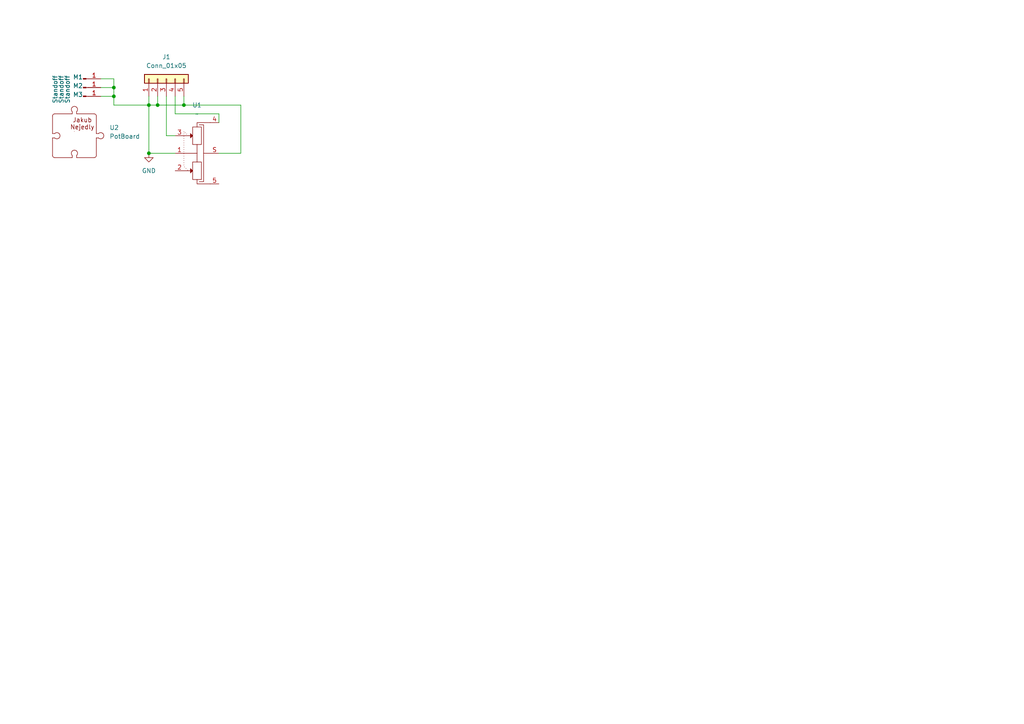
<source format=kicad_sch>
(kicad_sch (version 20250114) (generator "eeschema") (generator_version "9.0")
  (paper "A4")
  (lib_symbols
    (symbol "Connector:Conn_01x01_Pin" (pin_names (offset 1.016) (hide yes))
      (property "Reference" "J" (at 0 2.54 0))
      (property "Value" "Conn_01x01_Pin" (at 0 -2.54 0))
      (symbol "Conn_01x01_Pin_1_1"
        (rectangle (start 0.8636 0.127) (end 0 -0.127) (stroke (width 0.1524)) (fill (type outline)))
        (polyline (pts (xy 1.27 0) (xy 0.8636 0)) (stroke (width 0.1524)))
        (pin passive line (at 5.08 0 180) (length 3.81) (name "Pin_1") (number "1"))
      )
    )
    (symbol "Connector_Generic:Conn_01x05" (pin_names (offset 1.016) (hide yes))
      (property "Reference" "J" (at 0 7.62 0))
      (property "Value" "Conn_01x05" (at 0 -7.62 0))
      (symbol "Conn_01x05_1_1"
        (rectangle (start -1.27 6.35) (end 1.27 -6.35) (stroke (width 0.254)) (fill (type background)))
        (rectangle (start -1.27 5.207) (end 0 4.953) (stroke (width 0.1524)))
        (rectangle (start -1.27 2.667) (end 0 2.413) (stroke (width 0.1524)))
        (rectangle (start -1.27 0.127) (end 0 -0.127) (stroke (width 0.1524)))
        (rectangle (start -1.27 -2.413) (end 0 -2.667) (stroke (width 0.1524)))
        (rectangle (start -1.27 -4.953) (end 0 -5.207) (stroke (width 0.1524)))
        (pin passive line (at -5.08 5.08 0) (length 3.81) (name "Pin_1") (number "1"))
        (pin passive line (at -5.08 2.54 0) (length 3.81) (name "Pin_2") (number "2"))
        (pin passive line (at -5.08 0 0) (length 3.81) (name "Pin_3") (number "3"))
        (pin passive line (at -5.08 -2.54 0) (length 3.81) (name "Pin_4") (number "4"))
        (pin passive line (at -5.08 -5.08 0) (length 3.81) (name "Pin_5") (number "5"))
      )
    )
    (symbol "PuzzLib:Logo"
      (property "Reference" "U" (at -2.794 3.302 0))
      (symbol "Logo_0_1"
        (polyline (pts (xy -6.35 0.635) (xy -6.35 5.715)))
        (polyline (pts (xy -6.35 0.635) (xy -5.715 0.635)))
        (polyline (pts (xy -6.35 -0.635) (xy -5.715 -0.635)))
        (polyline (pts (xy -6.35 -5.715) (xy -6.35 -0.635)))
        (polyline (pts (xy -5.715 6.35) (xy -0.635 6.35)))
        (arc (start -6.35 5.715) (mid -6.164 6.164) (end -5.715 6.35))
        (arc (start -5.715 -6.35) (mid -6.164 -6.164) (end -6.35 -5.715))
        (arc (start -4.445 0.635) (mid -4.182 0) (end -4.445 -0.635))
        (arc (start -4.445 -0.635) (mid -5.08 -0.898) (end -5.715 -0.635))
        (arc (start -5.715 0.635) (mid -5.08 0.898) (end -4.445 0.635))
        (polyline (pts (xy -0.635 6.35) (xy -0.635 6.985)))
        (polyline (pts (xy -0.635 -6.35) (xy -5.715 -6.35)))
        (polyline (pts (xy -0.635 -6.35) (xy -0.635 -5.715)))
        (arc (start 0.635 8.255) (mid 0.898 7.62) (end 0.635 6.985))
        (arc (start 0.635 -4.445) (mid 0.898 -5.08) (end 0.635 -5.715))
        (arc (start -0.635 6.985) (mid -0.898 7.62) (end -0.635 8.255))
        (arc (start -0.635 8.255) (mid 0 8.518) (end 0.635 8.255))
        (arc (start 0 1.27) (mid 0 1.27) (end 0 1.27))
        (arc (start -0.635 -5.715) (mid -0.898 -5.08) (end -0.635 -4.445))
        (arc (start -0.635 -4.445) (mid 0 -4.182) (end 0.635 -4.445))
        (polyline (pts (xy 0.635 6.35) (xy 0.635 6.985)))
        (polyline (pts (xy 0.635 6.35) (xy 5.715 6.35)))
        (polyline (pts (xy 0.635 -6.35) (xy 0.635 -5.715)))
        (polyline (pts (xy 0.635 -6.35) (xy 5.715 -6.35)))
        (arc (start 5.715 6.35) (mid 6.164 6.164) (end 6.35 5.715))
        (arc (start 6.35 -5.715) (mid 6.164 -6.164) (end 5.715 -6.35))
        (polyline (pts (xy 6.35 5.715) (xy 6.35 0.635)))
        (polyline (pts (xy 6.35 0.635) (xy 6.985 0.635)))
        (polyline (pts (xy 6.35 -0.635) (xy 6.35 -5.715)))
        (polyline (pts (xy 6.35 -0.635) (xy 6.985 -0.635)))
        (arc (start 8.255 -0.635) (mid 7.62 -0.898) (end 6.985 -0.635))
        (arc (start 8.255 0.635) (mid 8.518 0) (end 8.255 -0.635))
        (arc (start 6.985 0.635) (mid 7.62 0.898) (end 8.255 0.635))
      )
      (symbol "Logo_1_1"
        (text "Jakub\nNejedly" (at 2.286 3.556 0) (effects (font (size 1.27 1.27))))
      )
    )
    (symbol "PuzzLib:RK10J12R0A0B"
      (property "Reference" "U" (at 2.54 7.874 0))
      (symbol "RK10J12R0A0B_1_1"
        (polyline (pts (xy -3.81 0) (xy -1.905 0)))
        (polyline (pts (xy -0.635 8.255) (xy -1.905 8.255) (xy -1.905 -8.255) (xy -0.635 -8.255)))
        (polyline (pts (xy 0 7.62) (xy 0 8.89) (xy -3.81 8.89)))
        (polyline (pts (xy 0 2.54) (xy 0 -2.54)))
        (polyline (pts (xy 0 0) (xy 3.81 0)))
        (polyline (pts (xy 0 -7.62) (xy 0 -8.89) (xy -3.81 -8.89)))
        (polyline (pts (xy 1.27 5.08) (xy 3.81 5.08)))
        (polyline (pts (xy 1.27 5.08) (xy 1.905 4.445) (xy 1.905 5.715) (xy 1.27 5.08)) (fill (type outline)))
        (polyline (pts (xy 1.27 2.54) (xy -1.27 2.54) (xy -1.27 7.62) (xy 1.27 7.62) (xy 1.27 2.54)))
        (polyline (pts (xy 1.27 -2.54) (xy -1.27 -2.54) (xy -1.27 -7.62) (xy 1.27 -7.62) (xy 1.27 -2.54)))
        (polyline (pts (xy 1.27 -5.08) (xy 3.81 -5.08)))
        (polyline (pts (xy 1.27 -5.08) (xy 1.905 -5.715) (xy 1.905 -4.445) (xy 1.27 -5.08)) (fill (type outline)))
        (polyline (pts (xy 2.54 5.08) (xy 3.81 6.35) (xy 3.81 -3.81) (xy 2.54 -5.08)) (stroke (width 0) (type dot)))
        (pin input line (at -6.35 8.89 0) (length 2.54) (name "") (number "4"))
        (pin input line (at -6.35 0 0) (length 2.54) (name "") (number "S"))
        (pin input line (at -6.35 -8.89 0) (length 2.54) (name "") (number "5"))
        (pin input line (at 6.35 5.08 180) (length 2.54) (name "") (number "3"))
        (pin input line (at 6.35 0 180) (length 2.54) (name "") (number "1"))
        (pin input line (at 6.35 -5.08 180) (length 2.54) (name "") (number "2"))
      )
    )
    (symbol "power:GND" (power) (pin_numbers (hide yes)) (pin_names (offset 0) (hide yes))
      (property "Value" "GND" (at 0 -3.81 0))
      (symbol "GND_0_1"
        (polyline (pts (xy 0 0) (xy 0 -1.27) (xy 1.27 -1.27) (xy 0 -2.54) (xy -1.27 -1.27) (xy 0 -1.27)))
      )
      (symbol "GND_1_1"
        (pin power_in line (at 0 0 270) (length 0) (name "~") (number "1"))
      )
    )
  )
  (junction (at 43.18 30.48))
  (junction (at 33.02 27.94))
  (junction (at 53.34 30.48))
  (junction (at 43.18 44.45))
  (junction (at 45.72 30.48))
  (junction (at 33.02 25.4))
  (wire (pts (xy 53.34 27.94) (xy 53.34 30.48)))
  (wire (pts (xy 69.85 30.48) (xy 53.34 30.48)))
  (wire (pts (xy 29.21 25.4) (xy 33.02 25.4)))
  (wire (pts (xy 50.8 27.94) (xy 50.8 33.02)))
  (wire (pts (xy 50.8 33.02) (xy 63.5 33.02)))
  (wire (pts (xy 48.26 39.37) (xy 48.26 27.94)))
  (wire (pts (xy 29.21 22.86) (xy 33.02 22.86)))
  (wire (pts (xy 63.5 44.45) (xy 69.85 44.45)))
  (wire (pts (xy 53.34 30.48) (xy 45.72 30.48)))
  (wire (pts (xy 33.02 27.94) (xy 33.02 30.48)))
  (wire (pts (xy 43.18 30.48) (xy 43.18 27.94)))
  (wire (pts (xy 29.21 27.94) (xy 33.02 27.94)))
  (wire (pts (xy 43.18 44.45) (xy 43.18 30.48)))
  (wire (pts (xy 45.72 27.94) (xy 45.72 30.48)))
  (wire (pts (xy 69.85 44.45) (xy 69.85 30.48)))
  (wire (pts (xy 50.8 44.45) (xy 43.18 44.45)))
  (wire (pts (xy 33.02 25.4) (xy 33.02 27.94)))
  (wire (pts (xy 33.02 22.86) (xy 33.02 25.4)))
  (wire (pts (xy 33.02 30.48) (xy 43.18 30.48)))
  (wire (pts (xy 45.72 30.48) (xy 43.18 30.48)))
  (wire (pts (xy 50.8 39.37) (xy 48.26 39.37)))
  (wire (pts (xy 63.5 33.02) (xy 63.5 35.56)))
  (symbol (lib_id "Connector:Conn_01x01_Pin") (at 24.13 25.4 0) (unit 1)
    (property "Reference" "M2" (at 22.606 24.892 0))
    (property "Value" "Standoff" (at 17.78 25.908 90))
    (property "Footprint" "PuzzLib:MS04-M2-2" (effects (hide yes)))
    (property "Description" "Generic connector, single row, 01x01, script generated" (effects (hide yes)))
  )
  (symbol (lib_id "power:GND") (at 43.18 44.45 0) (unit 1)
    (property "Reference" "#PWR01" (effects (hide yes)))
    (property "Value" "GND" (at 43.18 49.53 0))
    (property "Description" "Power symbol creates a global label with name \"GND\" , ground" (effects (hide yes)))
  )
  (symbol (lib_id "Connector_Generic:Conn_01x05") (at 48.26 22.86 90) (unit 1)
    (property "Reference" "J1" (at 48.26 16.51 90))
    (property "Value" "Conn_01x05" (at 48.26 19.05 90))
    (property "Footprint" "PuzzLib:FH19C-4S-0.5SH(10)" (effects (hide yes)))
    (property "Description" "Generic connector, single row, 01x05, script generated (kicad-library-utils/schlib/autogen/connector/)" (effects (hide yes)))
  )
  (symbol (lib_id "Connector:Conn_01x01_Pin") (at 24.13 22.86 0) (unit 1)
    (property "Reference" "M1" (at 22.606 22.352 0))
    (property "Value" "Standoff" (at 16.002 25.908 90))
    (property "Footprint" "PuzzLib:MS04-M2-2" (effects (hide yes)))
    (property "Description" "Generic connector, single row, 01x01, script generated" (effects (hide yes)))
  )
  (symbol (lib_id "PuzzLib:Logo") (at 21.59 39.37 0) (unit 1)
    (property "Reference" "U2" (at 31.75 37.0159 0) (effects (justify left)))
    (property "Value" "PotBoard" (at 31.75 39.5559 0) (effects (justify left)))
    (property "Footprint" "PuzzLib:Logo_SMALL" (effects (hide yes)))
  )
  (symbol (lib_id "PuzzLib:RK10J12R0A0B") (at 57.15 44.45 0) (mirror y) (unit 1)
    (property "Reference" "U1" (at 57.15 30.48 0))
    (property "Value" "~" (at 57.15 33.02 0))
    (property "Footprint" "PuzzLib:RK10J12R0A0B" (effects (hide yes)))
  )
  (symbol (lib_id "Connector:Conn_01x01_Pin") (at 24.13 27.94 0) (unit 1)
    (property "Reference" "M3" (at 22.606 27.432 0))
    (property "Value" "Standoff" (at 19.558 25.908 90))
    (property "Footprint" "PuzzLib:MS04-M2-2" (effects (hide yes)))
    (property "Description" "Generic connector, single row, 01x01, script generated" (effects (hide yes)))
  )
)
</source>
